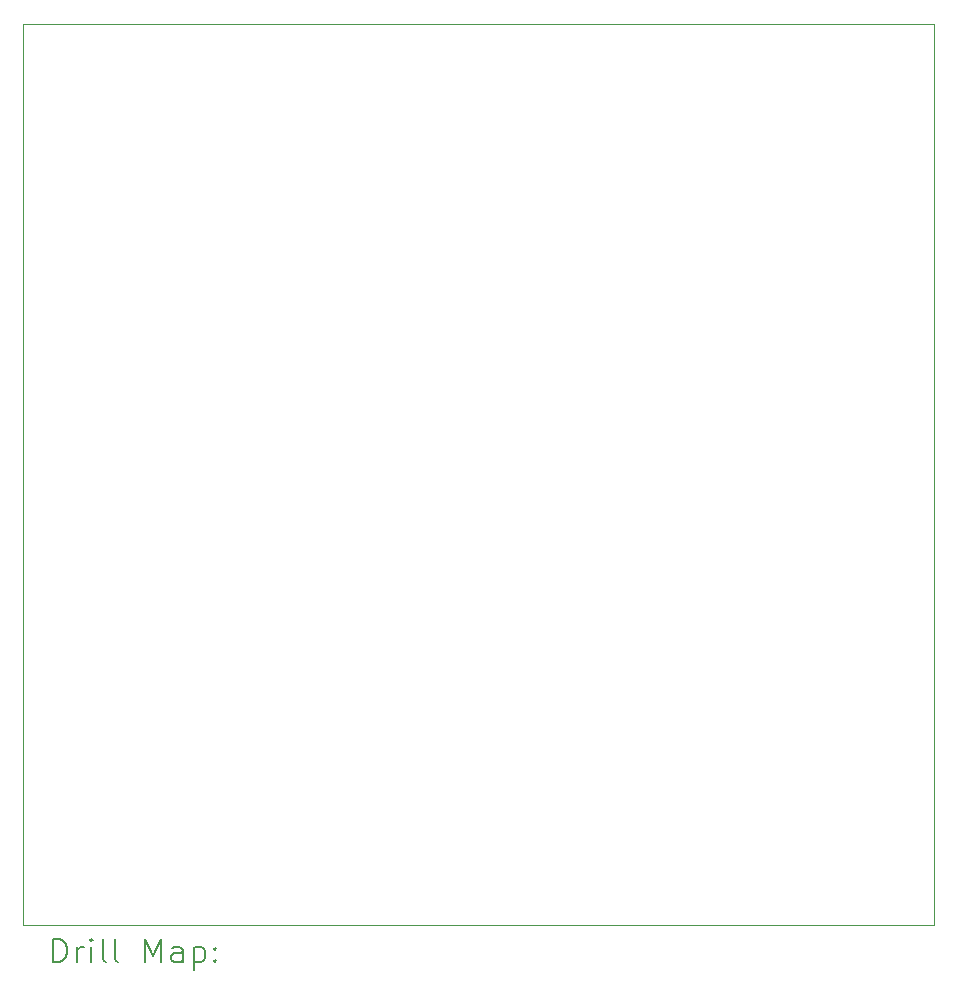
<source format=gbr>
%FSLAX45Y45*%
G04 Gerber Fmt 4.5, Leading zero omitted, Abs format (unit mm)*
G04 Created by KiCad (PCBNEW (6.0.6)) date 2023-02-07 12:20:26*
%MOMM*%
%LPD*%
G01*
G04 APERTURE LIST*
%TA.AperFunction,Profile*%
%ADD10C,0.100000*%
%TD*%
%ADD11C,0.200000*%
G04 APERTURE END LIST*
D10*
X11730000Y-7359933D02*
X19442729Y-7359933D01*
X19442729Y-7359933D02*
X19442729Y-14984140D01*
X19442729Y-14984140D02*
X11730000Y-14984140D01*
X11730000Y-14984140D02*
X11730000Y-7359933D01*
D11*
X11982619Y-15299616D02*
X11982619Y-15099616D01*
X12030238Y-15099616D01*
X12058809Y-15109140D01*
X12077857Y-15128188D01*
X12087381Y-15147235D01*
X12096905Y-15185331D01*
X12096905Y-15213902D01*
X12087381Y-15251997D01*
X12077857Y-15271045D01*
X12058809Y-15290093D01*
X12030238Y-15299616D01*
X11982619Y-15299616D01*
X12182619Y-15299616D02*
X12182619Y-15166283D01*
X12182619Y-15204378D02*
X12192143Y-15185331D01*
X12201667Y-15175807D01*
X12220714Y-15166283D01*
X12239762Y-15166283D01*
X12306428Y-15299616D02*
X12306428Y-15166283D01*
X12306428Y-15099616D02*
X12296905Y-15109140D01*
X12306428Y-15118664D01*
X12315952Y-15109140D01*
X12306428Y-15099616D01*
X12306428Y-15118664D01*
X12430238Y-15299616D02*
X12411190Y-15290093D01*
X12401667Y-15271045D01*
X12401667Y-15099616D01*
X12535000Y-15299616D02*
X12515952Y-15290093D01*
X12506428Y-15271045D01*
X12506428Y-15099616D01*
X12763571Y-15299616D02*
X12763571Y-15099616D01*
X12830238Y-15242474D01*
X12896905Y-15099616D01*
X12896905Y-15299616D01*
X13077857Y-15299616D02*
X13077857Y-15194854D01*
X13068333Y-15175807D01*
X13049286Y-15166283D01*
X13011190Y-15166283D01*
X12992143Y-15175807D01*
X13077857Y-15290093D02*
X13058809Y-15299616D01*
X13011190Y-15299616D01*
X12992143Y-15290093D01*
X12982619Y-15271045D01*
X12982619Y-15251997D01*
X12992143Y-15232950D01*
X13011190Y-15223426D01*
X13058809Y-15223426D01*
X13077857Y-15213902D01*
X13173095Y-15166283D02*
X13173095Y-15366283D01*
X13173095Y-15175807D02*
X13192143Y-15166283D01*
X13230238Y-15166283D01*
X13249286Y-15175807D01*
X13258809Y-15185331D01*
X13268333Y-15204378D01*
X13268333Y-15261521D01*
X13258809Y-15280569D01*
X13249286Y-15290093D01*
X13230238Y-15299616D01*
X13192143Y-15299616D01*
X13173095Y-15290093D01*
X13354048Y-15280569D02*
X13363571Y-15290093D01*
X13354048Y-15299616D01*
X13344524Y-15290093D01*
X13354048Y-15280569D01*
X13354048Y-15299616D01*
X13354048Y-15175807D02*
X13363571Y-15185331D01*
X13354048Y-15194854D01*
X13344524Y-15185331D01*
X13354048Y-15175807D01*
X13354048Y-15194854D01*
M02*

</source>
